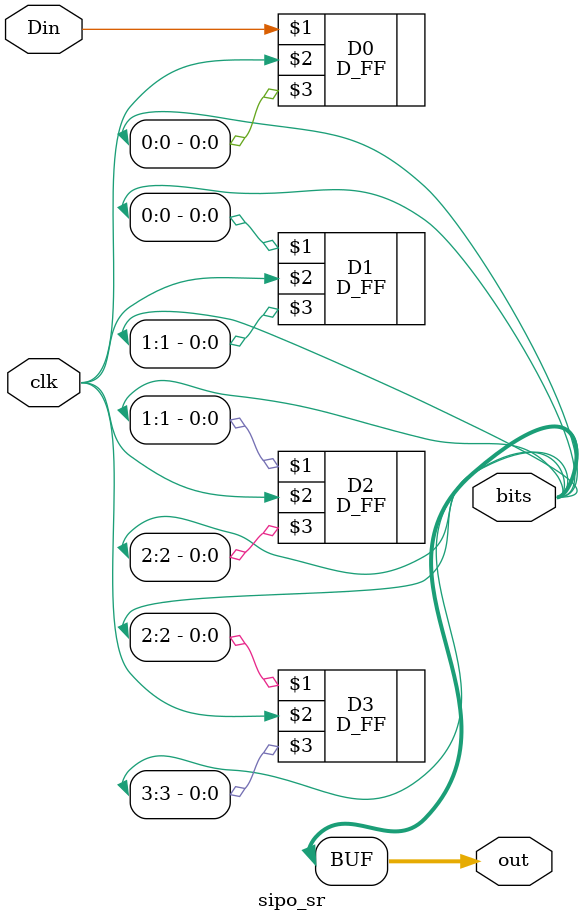
<source format=v>
module sipo_sr(input Din,clk, output [3:0]bits,out);

D_FF D0(Din,clk,bits[0]);
D_FF D1(bits[0],clk,bits[1]);
D_FF D2(bits[1],clk,bits[2]);
D_FF D3(bits[2],clk,bits[3]);

assign out = bits;

endmodule 

</source>
